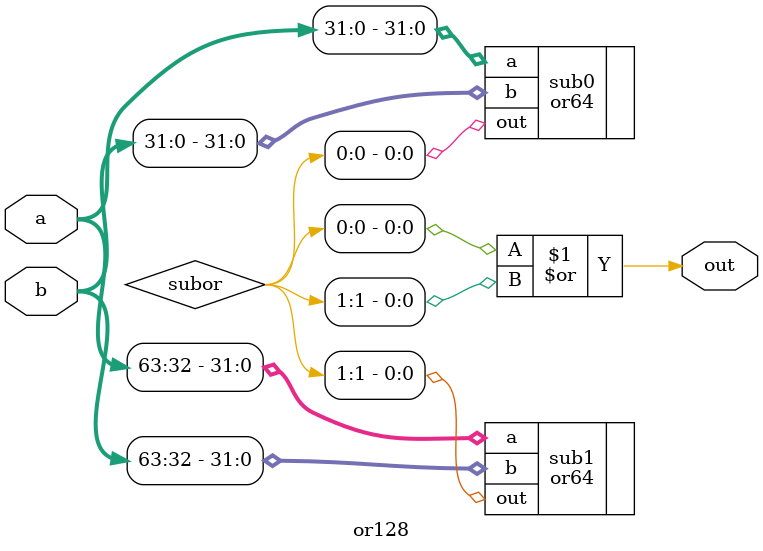
<source format=v>
module or128 (a, b, out);
    
    input [63:0] a;
    input [63:0] b;
    
    output out;
    
    wire [1:0] subor;
    
    or64 sub0 (.a(a[31:0]), .b(b[31:0]), .out(subor[0]));
    or64 sub1 (.a(a[63:32]), .b(b[63:32]), .out(subor[1]));
    
    assign out = subor[0] | subor[1];
    
endmodule

</source>
